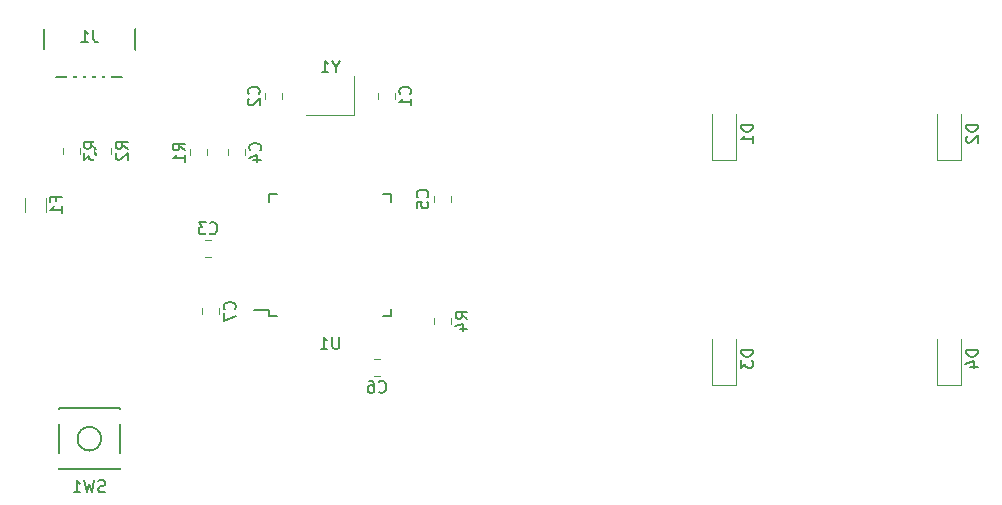
<source format=gbr>
G04 #@! TF.GenerationSoftware,KiCad,Pcbnew,(5.1.5)-3*
G04 #@! TF.CreationDate,2019-12-18T23:42:08-07:00*
G04 #@! TF.ProjectId,MiniV1,4d696e69-5631-42e6-9b69-6361645f7063,rev?*
G04 #@! TF.SameCoordinates,Original*
G04 #@! TF.FileFunction,Legend,Bot*
G04 #@! TF.FilePolarity,Positive*
%FSLAX46Y46*%
G04 Gerber Fmt 4.6, Leading zero omitted, Abs format (unit mm)*
G04 Created by KiCad (PCBNEW (5.1.5)-3) date 2019-12-18 23:42:08*
%MOMM*%
%LPD*%
G04 APERTURE LIST*
%ADD10C,0.150000*%
%ADD11C,0.120000*%
%ADD12O,1.802000X2.802000*%
%ADD13R,0.602000X2.352000*%
%ADD14R,1.502000X1.302000*%
%ADD15R,0.652000X1.602000*%
%ADD16R,1.602000X0.652000*%
%ADD17R,1.902000X1.202000*%
%ADD18C,0.020000*%
%ADD19C,1.852000*%
%ADD20C,2.352000*%
%ADD21C,4.089800*%
%ADD22R,1.302000X1.002000*%
G04 APERTURE END LIST*
D10*
X78954000Y-54864000D02*
X78954000Y-60314000D01*
X86654000Y-54864000D02*
X86654000Y-60314000D01*
X78954000Y-60314000D02*
X86654000Y-60314000D01*
D11*
X105187500Y-63562500D02*
X101187500Y-63562500D01*
X105187500Y-60262500D02*
X105187500Y-63562500D01*
D10*
X98012500Y-80006250D02*
X96737500Y-80006250D01*
X108362500Y-80581250D02*
X107687500Y-80581250D01*
X108362500Y-70231250D02*
X107687500Y-70231250D01*
X98012500Y-70231250D02*
X98687500Y-70231250D01*
X98012500Y-80581250D02*
X98687500Y-80581250D01*
X98012500Y-70231250D02*
X98012500Y-70906250D01*
X108362500Y-70231250D02*
X108362500Y-70906250D01*
X108362500Y-80581250D02*
X108362500Y-79906250D01*
X98012500Y-80581250D02*
X98012500Y-80006250D01*
X83804000Y-90932000D02*
G75*
G03X83804000Y-90932000I-1000000J0D01*
G01*
X85404000Y-93532000D02*
X85404000Y-88332000D01*
X80204000Y-93532000D02*
X85404000Y-93532000D01*
X80204000Y-88332000D02*
X80204000Y-93532000D01*
X85404000Y-88332000D02*
X80204000Y-88332000D01*
D11*
X112002500Y-81221078D02*
X112002500Y-80703922D01*
X113422500Y-81221078D02*
X113422500Y-80703922D01*
X80570000Y-66806578D02*
X80570000Y-66289422D01*
X81990000Y-66806578D02*
X81990000Y-66289422D01*
X83237000Y-66806578D02*
X83237000Y-66289422D01*
X84657000Y-66806578D02*
X84657000Y-66289422D01*
X92785000Y-66416422D02*
X92785000Y-66933578D01*
X91365000Y-66416422D02*
X91365000Y-66933578D01*
X77322000Y-71722064D02*
X77322000Y-70517936D01*
X79142000Y-71722064D02*
X79142000Y-70517936D01*
X156575000Y-86387500D02*
X156575000Y-82487500D01*
X154575000Y-86387500D02*
X154575000Y-82487500D01*
X156575000Y-86387500D02*
X154575000Y-86387500D01*
X137525000Y-86387500D02*
X137525000Y-82487500D01*
X135525000Y-86387500D02*
X135525000Y-82487500D01*
X137525000Y-86387500D02*
X135525000Y-86387500D01*
X156575000Y-67337500D02*
X156575000Y-63437500D01*
X154575000Y-67337500D02*
X154575000Y-63437500D01*
X156575000Y-67337500D02*
X154575000Y-67337500D01*
X137525000Y-67337500D02*
X137525000Y-63437500D01*
X135525000Y-67337500D02*
X135525000Y-63437500D01*
X137525000Y-67337500D02*
X135525000Y-67337500D01*
X92381000Y-80395578D02*
X92381000Y-79878422D01*
X93801000Y-80395578D02*
X93801000Y-79878422D01*
X106897672Y-84221250D02*
X107414828Y-84221250D01*
X106897672Y-85641250D02*
X107414828Y-85641250D01*
X113422500Y-70385172D02*
X113422500Y-70902328D01*
X112002500Y-70385172D02*
X112002500Y-70902328D01*
X94540000Y-66933578D02*
X94540000Y-66416422D01*
X95960000Y-66933578D02*
X95960000Y-66416422D01*
X93095578Y-75513000D02*
X92578422Y-75513000D01*
X93095578Y-74093000D02*
X92578422Y-74093000D01*
X99135000Y-61653922D02*
X99135000Y-62171078D01*
X97715000Y-61653922D02*
X97715000Y-62171078D01*
X107240000Y-62171078D02*
X107240000Y-61653922D01*
X108660000Y-62171078D02*
X108660000Y-61653922D01*
D10*
X83137333Y-56348380D02*
X83137333Y-57062666D01*
X83184952Y-57205523D01*
X83280190Y-57300761D01*
X83423047Y-57348380D01*
X83518285Y-57348380D01*
X82137333Y-57348380D02*
X82708761Y-57348380D01*
X82423047Y-57348380D02*
X82423047Y-56348380D01*
X82518285Y-56491238D01*
X82613523Y-56586476D01*
X82708761Y-56634095D01*
X103663690Y-59438690D02*
X103663690Y-59914880D01*
X103997023Y-58914880D02*
X103663690Y-59438690D01*
X103330357Y-58914880D01*
X102473214Y-59914880D02*
X103044642Y-59914880D01*
X102758928Y-59914880D02*
X102758928Y-58914880D01*
X102854166Y-59057738D01*
X102949404Y-59152976D01*
X103044642Y-59200595D01*
X103949404Y-82308630D02*
X103949404Y-83118154D01*
X103901785Y-83213392D01*
X103854166Y-83261011D01*
X103758928Y-83308630D01*
X103568452Y-83308630D01*
X103473214Y-83261011D01*
X103425595Y-83213392D01*
X103377976Y-83118154D01*
X103377976Y-82308630D01*
X102377976Y-83308630D02*
X102949404Y-83308630D01*
X102663690Y-83308630D02*
X102663690Y-82308630D01*
X102758928Y-82451488D01*
X102854166Y-82546726D01*
X102949404Y-82594345D01*
X84137333Y-95400761D02*
X83994476Y-95448380D01*
X83756380Y-95448380D01*
X83661142Y-95400761D01*
X83613523Y-95353142D01*
X83565904Y-95257904D01*
X83565904Y-95162666D01*
X83613523Y-95067428D01*
X83661142Y-95019809D01*
X83756380Y-94972190D01*
X83946857Y-94924571D01*
X84042095Y-94876952D01*
X84089714Y-94829333D01*
X84137333Y-94734095D01*
X84137333Y-94638857D01*
X84089714Y-94543619D01*
X84042095Y-94496000D01*
X83946857Y-94448380D01*
X83708761Y-94448380D01*
X83565904Y-94496000D01*
X83232571Y-94448380D02*
X82994476Y-95448380D01*
X82804000Y-94734095D01*
X82613523Y-95448380D01*
X82375428Y-94448380D01*
X81470666Y-95448380D02*
X82042095Y-95448380D01*
X81756380Y-95448380D02*
X81756380Y-94448380D01*
X81851619Y-94591238D01*
X81946857Y-94686476D01*
X82042095Y-94734095D01*
X114814880Y-80795833D02*
X114338690Y-80462500D01*
X114814880Y-80224404D02*
X113814880Y-80224404D01*
X113814880Y-80605357D01*
X113862500Y-80700595D01*
X113910119Y-80748214D01*
X114005357Y-80795833D01*
X114148214Y-80795833D01*
X114243452Y-80748214D01*
X114291071Y-80700595D01*
X114338690Y-80605357D01*
X114338690Y-80224404D01*
X114148214Y-81652976D02*
X114814880Y-81652976D01*
X113767261Y-81414880D02*
X114481547Y-81176785D01*
X114481547Y-81795833D01*
X83382380Y-66381333D02*
X82906190Y-66048000D01*
X83382380Y-65809904D02*
X82382380Y-65809904D01*
X82382380Y-66190857D01*
X82430000Y-66286095D01*
X82477619Y-66333714D01*
X82572857Y-66381333D01*
X82715714Y-66381333D01*
X82810952Y-66333714D01*
X82858571Y-66286095D01*
X82906190Y-66190857D01*
X82906190Y-65809904D01*
X82382380Y-66714666D02*
X82382380Y-67333714D01*
X82763333Y-67000380D01*
X82763333Y-67143238D01*
X82810952Y-67238476D01*
X82858571Y-67286095D01*
X82953809Y-67333714D01*
X83191904Y-67333714D01*
X83287142Y-67286095D01*
X83334761Y-67238476D01*
X83382380Y-67143238D01*
X83382380Y-66857523D01*
X83334761Y-66762285D01*
X83287142Y-66714666D01*
X86049380Y-66381333D02*
X85573190Y-66048000D01*
X86049380Y-65809904D02*
X85049380Y-65809904D01*
X85049380Y-66190857D01*
X85097000Y-66286095D01*
X85144619Y-66333714D01*
X85239857Y-66381333D01*
X85382714Y-66381333D01*
X85477952Y-66333714D01*
X85525571Y-66286095D01*
X85573190Y-66190857D01*
X85573190Y-65809904D01*
X85144619Y-66762285D02*
X85097000Y-66809904D01*
X85049380Y-66905142D01*
X85049380Y-67143238D01*
X85097000Y-67238476D01*
X85144619Y-67286095D01*
X85239857Y-67333714D01*
X85335095Y-67333714D01*
X85477952Y-67286095D01*
X86049380Y-66714666D01*
X86049380Y-67333714D01*
X90877380Y-66508333D02*
X90401190Y-66175000D01*
X90877380Y-65936904D02*
X89877380Y-65936904D01*
X89877380Y-66317857D01*
X89925000Y-66413095D01*
X89972619Y-66460714D01*
X90067857Y-66508333D01*
X90210714Y-66508333D01*
X90305952Y-66460714D01*
X90353571Y-66413095D01*
X90401190Y-66317857D01*
X90401190Y-65936904D01*
X90877380Y-67460714D02*
X90877380Y-66889285D01*
X90877380Y-67175000D02*
X89877380Y-67175000D01*
X90020238Y-67079761D01*
X90115476Y-66984523D01*
X90163095Y-66889285D01*
X79980571Y-70786666D02*
X79980571Y-70453333D01*
X80504380Y-70453333D02*
X79504380Y-70453333D01*
X79504380Y-70929523D01*
X80504380Y-71834285D02*
X80504380Y-71262857D01*
X80504380Y-71548571D02*
X79504380Y-71548571D01*
X79647238Y-71453333D01*
X79742476Y-71358095D01*
X79790095Y-71262857D01*
X158027380Y-83399404D02*
X157027380Y-83399404D01*
X157027380Y-83637500D01*
X157075000Y-83780357D01*
X157170238Y-83875595D01*
X157265476Y-83923214D01*
X157455952Y-83970833D01*
X157598809Y-83970833D01*
X157789285Y-83923214D01*
X157884523Y-83875595D01*
X157979761Y-83780357D01*
X158027380Y-83637500D01*
X158027380Y-83399404D01*
X157360714Y-84827976D02*
X158027380Y-84827976D01*
X156979761Y-84589880D02*
X157694047Y-84351785D01*
X157694047Y-84970833D01*
X138977380Y-83399404D02*
X137977380Y-83399404D01*
X137977380Y-83637500D01*
X138025000Y-83780357D01*
X138120238Y-83875595D01*
X138215476Y-83923214D01*
X138405952Y-83970833D01*
X138548809Y-83970833D01*
X138739285Y-83923214D01*
X138834523Y-83875595D01*
X138929761Y-83780357D01*
X138977380Y-83637500D01*
X138977380Y-83399404D01*
X137977380Y-84304166D02*
X137977380Y-84923214D01*
X138358333Y-84589880D01*
X138358333Y-84732738D01*
X138405952Y-84827976D01*
X138453571Y-84875595D01*
X138548809Y-84923214D01*
X138786904Y-84923214D01*
X138882142Y-84875595D01*
X138929761Y-84827976D01*
X138977380Y-84732738D01*
X138977380Y-84447023D01*
X138929761Y-84351785D01*
X138882142Y-84304166D01*
X158027380Y-64349404D02*
X157027380Y-64349404D01*
X157027380Y-64587500D01*
X157075000Y-64730357D01*
X157170238Y-64825595D01*
X157265476Y-64873214D01*
X157455952Y-64920833D01*
X157598809Y-64920833D01*
X157789285Y-64873214D01*
X157884523Y-64825595D01*
X157979761Y-64730357D01*
X158027380Y-64587500D01*
X158027380Y-64349404D01*
X157122619Y-65301785D02*
X157075000Y-65349404D01*
X157027380Y-65444642D01*
X157027380Y-65682738D01*
X157075000Y-65777976D01*
X157122619Y-65825595D01*
X157217857Y-65873214D01*
X157313095Y-65873214D01*
X157455952Y-65825595D01*
X158027380Y-65254166D01*
X158027380Y-65873214D01*
X138977380Y-64349404D02*
X137977380Y-64349404D01*
X137977380Y-64587500D01*
X138025000Y-64730357D01*
X138120238Y-64825595D01*
X138215476Y-64873214D01*
X138405952Y-64920833D01*
X138548809Y-64920833D01*
X138739285Y-64873214D01*
X138834523Y-64825595D01*
X138929761Y-64730357D01*
X138977380Y-64587500D01*
X138977380Y-64349404D01*
X138977380Y-65873214D02*
X138977380Y-65301785D01*
X138977380Y-65587500D02*
X137977380Y-65587500D01*
X138120238Y-65492261D01*
X138215476Y-65397023D01*
X138263095Y-65301785D01*
X95098142Y-79970333D02*
X95145761Y-79922714D01*
X95193380Y-79779857D01*
X95193380Y-79684619D01*
X95145761Y-79541761D01*
X95050523Y-79446523D01*
X94955285Y-79398904D01*
X94764809Y-79351285D01*
X94621952Y-79351285D01*
X94431476Y-79398904D01*
X94336238Y-79446523D01*
X94241000Y-79541761D01*
X94193380Y-79684619D01*
X94193380Y-79779857D01*
X94241000Y-79922714D01*
X94288619Y-79970333D01*
X94193380Y-80303666D02*
X94193380Y-80970333D01*
X95193380Y-80541761D01*
X107322916Y-86938392D02*
X107370535Y-86986011D01*
X107513392Y-87033630D01*
X107608630Y-87033630D01*
X107751488Y-86986011D01*
X107846726Y-86890773D01*
X107894345Y-86795535D01*
X107941964Y-86605059D01*
X107941964Y-86462202D01*
X107894345Y-86271726D01*
X107846726Y-86176488D01*
X107751488Y-86081250D01*
X107608630Y-86033630D01*
X107513392Y-86033630D01*
X107370535Y-86081250D01*
X107322916Y-86128869D01*
X106465773Y-86033630D02*
X106656250Y-86033630D01*
X106751488Y-86081250D01*
X106799107Y-86128869D01*
X106894345Y-86271726D01*
X106941964Y-86462202D01*
X106941964Y-86843154D01*
X106894345Y-86938392D01*
X106846726Y-86986011D01*
X106751488Y-87033630D01*
X106561011Y-87033630D01*
X106465773Y-86986011D01*
X106418154Y-86938392D01*
X106370535Y-86843154D01*
X106370535Y-86605059D01*
X106418154Y-86509821D01*
X106465773Y-86462202D01*
X106561011Y-86414583D01*
X106751488Y-86414583D01*
X106846726Y-86462202D01*
X106894345Y-86509821D01*
X106941964Y-86605059D01*
X111419642Y-70477083D02*
X111467261Y-70429464D01*
X111514880Y-70286607D01*
X111514880Y-70191369D01*
X111467261Y-70048511D01*
X111372023Y-69953273D01*
X111276785Y-69905654D01*
X111086309Y-69858035D01*
X110943452Y-69858035D01*
X110752976Y-69905654D01*
X110657738Y-69953273D01*
X110562500Y-70048511D01*
X110514880Y-70191369D01*
X110514880Y-70286607D01*
X110562500Y-70429464D01*
X110610119Y-70477083D01*
X110514880Y-71381845D02*
X110514880Y-70905654D01*
X110991071Y-70858035D01*
X110943452Y-70905654D01*
X110895833Y-71000892D01*
X110895833Y-71238988D01*
X110943452Y-71334226D01*
X110991071Y-71381845D01*
X111086309Y-71429464D01*
X111324404Y-71429464D01*
X111419642Y-71381845D01*
X111467261Y-71334226D01*
X111514880Y-71238988D01*
X111514880Y-71000892D01*
X111467261Y-70905654D01*
X111419642Y-70858035D01*
X97257142Y-66508333D02*
X97304761Y-66460714D01*
X97352380Y-66317857D01*
X97352380Y-66222619D01*
X97304761Y-66079761D01*
X97209523Y-65984523D01*
X97114285Y-65936904D01*
X96923809Y-65889285D01*
X96780952Y-65889285D01*
X96590476Y-65936904D01*
X96495238Y-65984523D01*
X96400000Y-66079761D01*
X96352380Y-66222619D01*
X96352380Y-66317857D01*
X96400000Y-66460714D01*
X96447619Y-66508333D01*
X96685714Y-67365476D02*
X97352380Y-67365476D01*
X96304761Y-67127380D02*
X97019047Y-66889285D01*
X97019047Y-67508333D01*
X93003666Y-73510142D02*
X93051285Y-73557761D01*
X93194142Y-73605380D01*
X93289380Y-73605380D01*
X93432238Y-73557761D01*
X93527476Y-73462523D01*
X93575095Y-73367285D01*
X93622714Y-73176809D01*
X93622714Y-73033952D01*
X93575095Y-72843476D01*
X93527476Y-72748238D01*
X93432238Y-72653000D01*
X93289380Y-72605380D01*
X93194142Y-72605380D01*
X93051285Y-72653000D01*
X93003666Y-72700619D01*
X92670333Y-72605380D02*
X92051285Y-72605380D01*
X92384619Y-72986333D01*
X92241761Y-72986333D01*
X92146523Y-73033952D01*
X92098904Y-73081571D01*
X92051285Y-73176809D01*
X92051285Y-73414904D01*
X92098904Y-73510142D01*
X92146523Y-73557761D01*
X92241761Y-73605380D01*
X92527476Y-73605380D01*
X92622714Y-73557761D01*
X92670333Y-73510142D01*
X97132142Y-61745833D02*
X97179761Y-61698214D01*
X97227380Y-61555357D01*
X97227380Y-61460119D01*
X97179761Y-61317261D01*
X97084523Y-61222023D01*
X96989285Y-61174404D01*
X96798809Y-61126785D01*
X96655952Y-61126785D01*
X96465476Y-61174404D01*
X96370238Y-61222023D01*
X96275000Y-61317261D01*
X96227380Y-61460119D01*
X96227380Y-61555357D01*
X96275000Y-61698214D01*
X96322619Y-61745833D01*
X96322619Y-62126785D02*
X96275000Y-62174404D01*
X96227380Y-62269642D01*
X96227380Y-62507738D01*
X96275000Y-62602976D01*
X96322619Y-62650595D01*
X96417857Y-62698214D01*
X96513095Y-62698214D01*
X96655952Y-62650595D01*
X97227380Y-62079166D01*
X97227380Y-62698214D01*
X109957142Y-61745833D02*
X110004761Y-61698214D01*
X110052380Y-61555357D01*
X110052380Y-61460119D01*
X110004761Y-61317261D01*
X109909523Y-61222023D01*
X109814285Y-61174404D01*
X109623809Y-61126785D01*
X109480952Y-61126785D01*
X109290476Y-61174404D01*
X109195238Y-61222023D01*
X109100000Y-61317261D01*
X109052380Y-61460119D01*
X109052380Y-61555357D01*
X109100000Y-61698214D01*
X109147619Y-61745833D01*
X110052380Y-62698214D02*
X110052380Y-62126785D01*
X110052380Y-62412500D02*
X109052380Y-62412500D01*
X109195238Y-62317261D01*
X109290476Y-62222023D01*
X109338095Y-62126785D01*
%LPC*%
D12*
X79154000Y-54864000D03*
X86454000Y-54864000D03*
X86454000Y-59364000D03*
X79154000Y-59364000D03*
D13*
X81204000Y-59364000D03*
X82004000Y-59364000D03*
X82804000Y-59364000D03*
X83604000Y-59364000D03*
X84404000Y-59364000D03*
D14*
X104287500Y-61062500D03*
X102087500Y-61062500D03*
X102087500Y-62762500D03*
X104287500Y-62762500D03*
D15*
X99187500Y-81106250D03*
X99987500Y-81106250D03*
X100787500Y-81106250D03*
X101587500Y-81106250D03*
X102387500Y-81106250D03*
X103187500Y-81106250D03*
X103987500Y-81106250D03*
X104787500Y-81106250D03*
X105587500Y-81106250D03*
X106387500Y-81106250D03*
X107187500Y-81106250D03*
D16*
X108887500Y-79406250D03*
X108887500Y-78606250D03*
X108887500Y-77806250D03*
X108887500Y-77006250D03*
X108887500Y-76206250D03*
X108887500Y-75406250D03*
X108887500Y-74606250D03*
X108887500Y-73806250D03*
X108887500Y-73006250D03*
X108887500Y-72206250D03*
X108887500Y-71406250D03*
D15*
X107187500Y-69706250D03*
X106387500Y-69706250D03*
X105587500Y-69706250D03*
X104787500Y-69706250D03*
X103987500Y-69706250D03*
X103187500Y-69706250D03*
X102387500Y-69706250D03*
X101587500Y-69706250D03*
X100787500Y-69706250D03*
X99987500Y-69706250D03*
X99187500Y-69706250D03*
D16*
X97487500Y-71406250D03*
X97487500Y-72206250D03*
X97487500Y-73006250D03*
X97487500Y-73806250D03*
X97487500Y-74606250D03*
X97487500Y-75406250D03*
X97487500Y-76206250D03*
X97487500Y-77006250D03*
X97487500Y-77806250D03*
X97487500Y-78606250D03*
X97487500Y-79406250D03*
D17*
X79704000Y-92782000D03*
X85904000Y-89082000D03*
X79704000Y-89082000D03*
X85904000Y-92782000D03*
D18*
G36*
X113220641Y-79487797D02*
G01*
X113246778Y-79491674D01*
X113272409Y-79498094D01*
X113297288Y-79506995D01*
X113321174Y-79518293D01*
X113343837Y-79531877D01*
X113365060Y-79547617D01*
X113384639Y-79565361D01*
X113402383Y-79584940D01*
X113418123Y-79606163D01*
X113431707Y-79628826D01*
X113443005Y-79652712D01*
X113451906Y-79677591D01*
X113458326Y-79703222D01*
X113462203Y-79729359D01*
X113463500Y-79755750D01*
X113463500Y-80294250D01*
X113462203Y-80320641D01*
X113458326Y-80346778D01*
X113451906Y-80372409D01*
X113443005Y-80397288D01*
X113431707Y-80421174D01*
X113418123Y-80443837D01*
X113402383Y-80465060D01*
X113384639Y-80484639D01*
X113365060Y-80502383D01*
X113343837Y-80518123D01*
X113321174Y-80531707D01*
X113297288Y-80543005D01*
X113272409Y-80551906D01*
X113246778Y-80558326D01*
X113220641Y-80562203D01*
X113194250Y-80563500D01*
X112230750Y-80563500D01*
X112204359Y-80562203D01*
X112178222Y-80558326D01*
X112152591Y-80551906D01*
X112127712Y-80543005D01*
X112103826Y-80531707D01*
X112081163Y-80518123D01*
X112059940Y-80502383D01*
X112040361Y-80484639D01*
X112022617Y-80465060D01*
X112006877Y-80443837D01*
X111993293Y-80421174D01*
X111981995Y-80397288D01*
X111973094Y-80372409D01*
X111966674Y-80346778D01*
X111962797Y-80320641D01*
X111961500Y-80294250D01*
X111961500Y-79755750D01*
X111962797Y-79729359D01*
X111966674Y-79703222D01*
X111973094Y-79677591D01*
X111981995Y-79652712D01*
X111993293Y-79628826D01*
X112006877Y-79606163D01*
X112022617Y-79584940D01*
X112040361Y-79565361D01*
X112059940Y-79547617D01*
X112081163Y-79531877D01*
X112103826Y-79518293D01*
X112127712Y-79506995D01*
X112152591Y-79498094D01*
X112178222Y-79491674D01*
X112204359Y-79487797D01*
X112230750Y-79486500D01*
X113194250Y-79486500D01*
X113220641Y-79487797D01*
G37*
G36*
X113220641Y-81362797D02*
G01*
X113246778Y-81366674D01*
X113272409Y-81373094D01*
X113297288Y-81381995D01*
X113321174Y-81393293D01*
X113343837Y-81406877D01*
X113365060Y-81422617D01*
X113384639Y-81440361D01*
X113402383Y-81459940D01*
X113418123Y-81481163D01*
X113431707Y-81503826D01*
X113443005Y-81527712D01*
X113451906Y-81552591D01*
X113458326Y-81578222D01*
X113462203Y-81604359D01*
X113463500Y-81630750D01*
X113463500Y-82169250D01*
X113462203Y-82195641D01*
X113458326Y-82221778D01*
X113451906Y-82247409D01*
X113443005Y-82272288D01*
X113431707Y-82296174D01*
X113418123Y-82318837D01*
X113402383Y-82340060D01*
X113384639Y-82359639D01*
X113365060Y-82377383D01*
X113343837Y-82393123D01*
X113321174Y-82406707D01*
X113297288Y-82418005D01*
X113272409Y-82426906D01*
X113246778Y-82433326D01*
X113220641Y-82437203D01*
X113194250Y-82438500D01*
X112230750Y-82438500D01*
X112204359Y-82437203D01*
X112178222Y-82433326D01*
X112152591Y-82426906D01*
X112127712Y-82418005D01*
X112103826Y-82406707D01*
X112081163Y-82393123D01*
X112059940Y-82377383D01*
X112040361Y-82359639D01*
X112022617Y-82340060D01*
X112006877Y-82318837D01*
X111993293Y-82296174D01*
X111981995Y-82272288D01*
X111973094Y-82247409D01*
X111966674Y-82221778D01*
X111962797Y-82195641D01*
X111961500Y-82169250D01*
X111961500Y-81630750D01*
X111962797Y-81604359D01*
X111966674Y-81578222D01*
X111973094Y-81552591D01*
X111981995Y-81527712D01*
X111993293Y-81503826D01*
X112006877Y-81481163D01*
X112022617Y-81459940D01*
X112040361Y-81440361D01*
X112059940Y-81422617D01*
X112081163Y-81406877D01*
X112103826Y-81393293D01*
X112127712Y-81381995D01*
X112152591Y-81373094D01*
X112178222Y-81366674D01*
X112204359Y-81362797D01*
X112230750Y-81361500D01*
X113194250Y-81361500D01*
X113220641Y-81362797D01*
G37*
G36*
X81788141Y-65073297D02*
G01*
X81814278Y-65077174D01*
X81839909Y-65083594D01*
X81864788Y-65092495D01*
X81888674Y-65103793D01*
X81911337Y-65117377D01*
X81932560Y-65133117D01*
X81952139Y-65150861D01*
X81969883Y-65170440D01*
X81985623Y-65191663D01*
X81999207Y-65214326D01*
X82010505Y-65238212D01*
X82019406Y-65263091D01*
X82025826Y-65288722D01*
X82029703Y-65314859D01*
X82031000Y-65341250D01*
X82031000Y-65879750D01*
X82029703Y-65906141D01*
X82025826Y-65932278D01*
X82019406Y-65957909D01*
X82010505Y-65982788D01*
X81999207Y-66006674D01*
X81985623Y-66029337D01*
X81969883Y-66050560D01*
X81952139Y-66070139D01*
X81932560Y-66087883D01*
X81911337Y-66103623D01*
X81888674Y-66117207D01*
X81864788Y-66128505D01*
X81839909Y-66137406D01*
X81814278Y-66143826D01*
X81788141Y-66147703D01*
X81761750Y-66149000D01*
X80798250Y-66149000D01*
X80771859Y-66147703D01*
X80745722Y-66143826D01*
X80720091Y-66137406D01*
X80695212Y-66128505D01*
X80671326Y-66117207D01*
X80648663Y-66103623D01*
X80627440Y-66087883D01*
X80607861Y-66070139D01*
X80590117Y-66050560D01*
X80574377Y-66029337D01*
X80560793Y-66006674D01*
X80549495Y-65982788D01*
X80540594Y-65957909D01*
X80534174Y-65932278D01*
X80530297Y-65906141D01*
X80529000Y-65879750D01*
X80529000Y-65341250D01*
X80530297Y-65314859D01*
X80534174Y-65288722D01*
X80540594Y-65263091D01*
X80549495Y-65238212D01*
X80560793Y-65214326D01*
X80574377Y-65191663D01*
X80590117Y-65170440D01*
X80607861Y-65150861D01*
X80627440Y-65133117D01*
X80648663Y-65117377D01*
X80671326Y-65103793D01*
X80695212Y-65092495D01*
X80720091Y-65083594D01*
X80745722Y-65077174D01*
X80771859Y-65073297D01*
X80798250Y-65072000D01*
X81761750Y-65072000D01*
X81788141Y-65073297D01*
G37*
G36*
X81788141Y-66948297D02*
G01*
X81814278Y-66952174D01*
X81839909Y-66958594D01*
X81864788Y-66967495D01*
X81888674Y-66978793D01*
X81911337Y-66992377D01*
X81932560Y-67008117D01*
X81952139Y-67025861D01*
X81969883Y-67045440D01*
X81985623Y-67066663D01*
X81999207Y-67089326D01*
X82010505Y-67113212D01*
X82019406Y-67138091D01*
X82025826Y-67163722D01*
X82029703Y-67189859D01*
X82031000Y-67216250D01*
X82031000Y-67754750D01*
X82029703Y-67781141D01*
X82025826Y-67807278D01*
X82019406Y-67832909D01*
X82010505Y-67857788D01*
X81999207Y-67881674D01*
X81985623Y-67904337D01*
X81969883Y-67925560D01*
X81952139Y-67945139D01*
X81932560Y-67962883D01*
X81911337Y-67978623D01*
X81888674Y-67992207D01*
X81864788Y-68003505D01*
X81839909Y-68012406D01*
X81814278Y-68018826D01*
X81788141Y-68022703D01*
X81761750Y-68024000D01*
X80798250Y-68024000D01*
X80771859Y-68022703D01*
X80745722Y-68018826D01*
X80720091Y-68012406D01*
X80695212Y-68003505D01*
X80671326Y-67992207D01*
X80648663Y-67978623D01*
X80627440Y-67962883D01*
X80607861Y-67945139D01*
X80590117Y-67925560D01*
X80574377Y-67904337D01*
X80560793Y-67881674D01*
X80549495Y-67857788D01*
X80540594Y-67832909D01*
X80534174Y-67807278D01*
X80530297Y-67781141D01*
X80529000Y-67754750D01*
X80529000Y-67216250D01*
X80530297Y-67189859D01*
X80534174Y-67163722D01*
X80540594Y-67138091D01*
X80549495Y-67113212D01*
X80560793Y-67089326D01*
X80574377Y-67066663D01*
X80590117Y-67045440D01*
X80607861Y-67025861D01*
X80627440Y-67008117D01*
X80648663Y-66992377D01*
X80671326Y-66978793D01*
X80695212Y-66967495D01*
X80720091Y-66958594D01*
X80745722Y-66952174D01*
X80771859Y-66948297D01*
X80798250Y-66947000D01*
X81761750Y-66947000D01*
X81788141Y-66948297D01*
G37*
G36*
X84455141Y-65073297D02*
G01*
X84481278Y-65077174D01*
X84506909Y-65083594D01*
X84531788Y-65092495D01*
X84555674Y-65103793D01*
X84578337Y-65117377D01*
X84599560Y-65133117D01*
X84619139Y-65150861D01*
X84636883Y-65170440D01*
X84652623Y-65191663D01*
X84666207Y-65214326D01*
X84677505Y-65238212D01*
X84686406Y-65263091D01*
X84692826Y-65288722D01*
X84696703Y-65314859D01*
X84698000Y-65341250D01*
X84698000Y-65879750D01*
X84696703Y-65906141D01*
X84692826Y-65932278D01*
X84686406Y-65957909D01*
X84677505Y-65982788D01*
X84666207Y-66006674D01*
X84652623Y-66029337D01*
X84636883Y-66050560D01*
X84619139Y-66070139D01*
X84599560Y-66087883D01*
X84578337Y-66103623D01*
X84555674Y-66117207D01*
X84531788Y-66128505D01*
X84506909Y-66137406D01*
X84481278Y-66143826D01*
X84455141Y-66147703D01*
X84428750Y-66149000D01*
X83465250Y-66149000D01*
X83438859Y-66147703D01*
X83412722Y-66143826D01*
X83387091Y-66137406D01*
X83362212Y-66128505D01*
X83338326Y-66117207D01*
X83315663Y-66103623D01*
X83294440Y-66087883D01*
X83274861Y-66070139D01*
X83257117Y-66050560D01*
X83241377Y-66029337D01*
X83227793Y-66006674D01*
X83216495Y-65982788D01*
X83207594Y-65957909D01*
X83201174Y-65932278D01*
X83197297Y-65906141D01*
X83196000Y-65879750D01*
X83196000Y-65341250D01*
X83197297Y-65314859D01*
X83201174Y-65288722D01*
X83207594Y-65263091D01*
X83216495Y-65238212D01*
X83227793Y-65214326D01*
X83241377Y-65191663D01*
X83257117Y-65170440D01*
X83274861Y-65150861D01*
X83294440Y-65133117D01*
X83315663Y-65117377D01*
X83338326Y-65103793D01*
X83362212Y-65092495D01*
X83387091Y-65083594D01*
X83412722Y-65077174D01*
X83438859Y-65073297D01*
X83465250Y-65072000D01*
X84428750Y-65072000D01*
X84455141Y-65073297D01*
G37*
G36*
X84455141Y-66948297D02*
G01*
X84481278Y-66952174D01*
X84506909Y-66958594D01*
X84531788Y-66967495D01*
X84555674Y-66978793D01*
X84578337Y-66992377D01*
X84599560Y-67008117D01*
X84619139Y-67025861D01*
X84636883Y-67045440D01*
X84652623Y-67066663D01*
X84666207Y-67089326D01*
X84677505Y-67113212D01*
X84686406Y-67138091D01*
X84692826Y-67163722D01*
X84696703Y-67189859D01*
X84698000Y-67216250D01*
X84698000Y-67754750D01*
X84696703Y-67781141D01*
X84692826Y-67807278D01*
X84686406Y-67832909D01*
X84677505Y-67857788D01*
X84666207Y-67881674D01*
X84652623Y-67904337D01*
X84636883Y-67925560D01*
X84619139Y-67945139D01*
X84599560Y-67962883D01*
X84578337Y-67978623D01*
X84555674Y-67992207D01*
X84531788Y-68003505D01*
X84506909Y-68012406D01*
X84481278Y-68018826D01*
X84455141Y-68022703D01*
X84428750Y-68024000D01*
X83465250Y-68024000D01*
X83438859Y-68022703D01*
X83412722Y-68018826D01*
X83387091Y-68012406D01*
X83362212Y-68003505D01*
X83338326Y-67992207D01*
X83315663Y-67978623D01*
X83294440Y-67962883D01*
X83274861Y-67945139D01*
X83257117Y-67925560D01*
X83241377Y-67904337D01*
X83227793Y-67881674D01*
X83216495Y-67857788D01*
X83207594Y-67832909D01*
X83201174Y-67807278D01*
X83197297Y-67781141D01*
X83196000Y-67754750D01*
X83196000Y-67216250D01*
X83197297Y-67189859D01*
X83201174Y-67163722D01*
X83207594Y-67138091D01*
X83216495Y-67113212D01*
X83227793Y-67089326D01*
X83241377Y-67066663D01*
X83257117Y-67045440D01*
X83274861Y-67025861D01*
X83294440Y-67008117D01*
X83315663Y-66992377D01*
X83338326Y-66978793D01*
X83362212Y-66967495D01*
X83387091Y-66958594D01*
X83412722Y-66952174D01*
X83438859Y-66948297D01*
X83465250Y-66947000D01*
X84428750Y-66947000D01*
X84455141Y-66948297D01*
G37*
G36*
X92583141Y-67075297D02*
G01*
X92609278Y-67079174D01*
X92634909Y-67085594D01*
X92659788Y-67094495D01*
X92683674Y-67105793D01*
X92706337Y-67119377D01*
X92727560Y-67135117D01*
X92747139Y-67152861D01*
X92764883Y-67172440D01*
X92780623Y-67193663D01*
X92794207Y-67216326D01*
X92805505Y-67240212D01*
X92814406Y-67265091D01*
X92820826Y-67290722D01*
X92824703Y-67316859D01*
X92826000Y-67343250D01*
X92826000Y-67881750D01*
X92824703Y-67908141D01*
X92820826Y-67934278D01*
X92814406Y-67959909D01*
X92805505Y-67984788D01*
X92794207Y-68008674D01*
X92780623Y-68031337D01*
X92764883Y-68052560D01*
X92747139Y-68072139D01*
X92727560Y-68089883D01*
X92706337Y-68105623D01*
X92683674Y-68119207D01*
X92659788Y-68130505D01*
X92634909Y-68139406D01*
X92609278Y-68145826D01*
X92583141Y-68149703D01*
X92556750Y-68151000D01*
X91593250Y-68151000D01*
X91566859Y-68149703D01*
X91540722Y-68145826D01*
X91515091Y-68139406D01*
X91490212Y-68130505D01*
X91466326Y-68119207D01*
X91443663Y-68105623D01*
X91422440Y-68089883D01*
X91402861Y-68072139D01*
X91385117Y-68052560D01*
X91369377Y-68031337D01*
X91355793Y-68008674D01*
X91344495Y-67984788D01*
X91335594Y-67959909D01*
X91329174Y-67934278D01*
X91325297Y-67908141D01*
X91324000Y-67881750D01*
X91324000Y-67343250D01*
X91325297Y-67316859D01*
X91329174Y-67290722D01*
X91335594Y-67265091D01*
X91344495Y-67240212D01*
X91355793Y-67216326D01*
X91369377Y-67193663D01*
X91385117Y-67172440D01*
X91402861Y-67152861D01*
X91422440Y-67135117D01*
X91443663Y-67119377D01*
X91466326Y-67105793D01*
X91490212Y-67094495D01*
X91515091Y-67085594D01*
X91540722Y-67079174D01*
X91566859Y-67075297D01*
X91593250Y-67074000D01*
X92556750Y-67074000D01*
X92583141Y-67075297D01*
G37*
G36*
X92583141Y-65200297D02*
G01*
X92609278Y-65204174D01*
X92634909Y-65210594D01*
X92659788Y-65219495D01*
X92683674Y-65230793D01*
X92706337Y-65244377D01*
X92727560Y-65260117D01*
X92747139Y-65277861D01*
X92764883Y-65297440D01*
X92780623Y-65318663D01*
X92794207Y-65341326D01*
X92805505Y-65365212D01*
X92814406Y-65390091D01*
X92820826Y-65415722D01*
X92824703Y-65441859D01*
X92826000Y-65468250D01*
X92826000Y-66006750D01*
X92824703Y-66033141D01*
X92820826Y-66059278D01*
X92814406Y-66084909D01*
X92805505Y-66109788D01*
X92794207Y-66133674D01*
X92780623Y-66156337D01*
X92764883Y-66177560D01*
X92747139Y-66197139D01*
X92727560Y-66214883D01*
X92706337Y-66230623D01*
X92683674Y-66244207D01*
X92659788Y-66255505D01*
X92634909Y-66264406D01*
X92609278Y-66270826D01*
X92583141Y-66274703D01*
X92556750Y-66276000D01*
X91593250Y-66276000D01*
X91566859Y-66274703D01*
X91540722Y-66270826D01*
X91515091Y-66264406D01*
X91490212Y-66255505D01*
X91466326Y-66244207D01*
X91443663Y-66230623D01*
X91422440Y-66214883D01*
X91402861Y-66197139D01*
X91385117Y-66177560D01*
X91369377Y-66156337D01*
X91355793Y-66133674D01*
X91344495Y-66109788D01*
X91335594Y-66084909D01*
X91329174Y-66059278D01*
X91325297Y-66033141D01*
X91324000Y-66006750D01*
X91324000Y-65468250D01*
X91325297Y-65441859D01*
X91329174Y-65415722D01*
X91335594Y-65390091D01*
X91344495Y-65365212D01*
X91355793Y-65341326D01*
X91369377Y-65318663D01*
X91385117Y-65297440D01*
X91402861Y-65277861D01*
X91422440Y-65260117D01*
X91443663Y-65244377D01*
X91466326Y-65230793D01*
X91490212Y-65219495D01*
X91515091Y-65210594D01*
X91540722Y-65204174D01*
X91566859Y-65200297D01*
X91593250Y-65199000D01*
X92556750Y-65199000D01*
X92583141Y-65200297D01*
G37*
D19*
X152717500Y-84137500D03*
X142557500Y-84137500D03*
D20*
X143827500Y-81597500D03*
D21*
X147637500Y-84137500D03*
D20*
X150177500Y-79057500D03*
D19*
X133667500Y-84137500D03*
X123507500Y-84137500D03*
D20*
X124777500Y-81597500D03*
D21*
X128587500Y-84137500D03*
D20*
X131127500Y-79057500D03*
D19*
X152717500Y-65087500D03*
X142557500Y-65087500D03*
D20*
X143827500Y-62547500D03*
D21*
X147637500Y-65087500D03*
D20*
X150177500Y-60007500D03*
D19*
X133667500Y-65087500D03*
X123507500Y-65087500D03*
D20*
X124777500Y-62547500D03*
D21*
X128587500Y-65087500D03*
D20*
X131127500Y-60007500D03*
D18*
G36*
X78914104Y-69045302D02*
G01*
X78940352Y-69049196D01*
X78966093Y-69055643D01*
X78991078Y-69064583D01*
X79015066Y-69075928D01*
X79037826Y-69089571D01*
X79059140Y-69105378D01*
X79078802Y-69123198D01*
X79096622Y-69142860D01*
X79112429Y-69164174D01*
X79126072Y-69186934D01*
X79137417Y-69210922D01*
X79146357Y-69235907D01*
X79152804Y-69261648D01*
X79156698Y-69287896D01*
X79158000Y-69314400D01*
X79158000Y-70125600D01*
X79156698Y-70152104D01*
X79152804Y-70178352D01*
X79146357Y-70204093D01*
X79137417Y-70229078D01*
X79126072Y-70253066D01*
X79112429Y-70275826D01*
X79096622Y-70297140D01*
X79078802Y-70316802D01*
X79059140Y-70334622D01*
X79037826Y-70350429D01*
X79015066Y-70364072D01*
X78991078Y-70375417D01*
X78966093Y-70384357D01*
X78940352Y-70390804D01*
X78914104Y-70394698D01*
X78887600Y-70396000D01*
X77576400Y-70396000D01*
X77549896Y-70394698D01*
X77523648Y-70390804D01*
X77497907Y-70384357D01*
X77472922Y-70375417D01*
X77448934Y-70364072D01*
X77426174Y-70350429D01*
X77404860Y-70334622D01*
X77385198Y-70316802D01*
X77367378Y-70297140D01*
X77351571Y-70275826D01*
X77337928Y-70253066D01*
X77326583Y-70229078D01*
X77317643Y-70204093D01*
X77311196Y-70178352D01*
X77307302Y-70152104D01*
X77306000Y-70125600D01*
X77306000Y-69314400D01*
X77307302Y-69287896D01*
X77311196Y-69261648D01*
X77317643Y-69235907D01*
X77326583Y-69210922D01*
X77337928Y-69186934D01*
X77351571Y-69164174D01*
X77367378Y-69142860D01*
X77385198Y-69123198D01*
X77404860Y-69105378D01*
X77426174Y-69089571D01*
X77448934Y-69075928D01*
X77472922Y-69064583D01*
X77497907Y-69055643D01*
X77523648Y-69049196D01*
X77549896Y-69045302D01*
X77576400Y-69044000D01*
X78887600Y-69044000D01*
X78914104Y-69045302D01*
G37*
G36*
X78914104Y-71845302D02*
G01*
X78940352Y-71849196D01*
X78966093Y-71855643D01*
X78991078Y-71864583D01*
X79015066Y-71875928D01*
X79037826Y-71889571D01*
X79059140Y-71905378D01*
X79078802Y-71923198D01*
X79096622Y-71942860D01*
X79112429Y-71964174D01*
X79126072Y-71986934D01*
X79137417Y-72010922D01*
X79146357Y-72035907D01*
X79152804Y-72061648D01*
X79156698Y-72087896D01*
X79158000Y-72114400D01*
X79158000Y-72925600D01*
X79156698Y-72952104D01*
X79152804Y-72978352D01*
X79146357Y-73004093D01*
X79137417Y-73029078D01*
X79126072Y-73053066D01*
X79112429Y-73075826D01*
X79096622Y-73097140D01*
X79078802Y-73116802D01*
X79059140Y-73134622D01*
X79037826Y-73150429D01*
X79015066Y-73164072D01*
X78991078Y-73175417D01*
X78966093Y-73184357D01*
X78940352Y-73190804D01*
X78914104Y-73194698D01*
X78887600Y-73196000D01*
X77576400Y-73196000D01*
X77549896Y-73194698D01*
X77523648Y-73190804D01*
X77497907Y-73184357D01*
X77472922Y-73175417D01*
X77448934Y-73164072D01*
X77426174Y-73150429D01*
X77404860Y-73134622D01*
X77385198Y-73116802D01*
X77367378Y-73097140D01*
X77351571Y-73075826D01*
X77337928Y-73053066D01*
X77326583Y-73029078D01*
X77317643Y-73004093D01*
X77311196Y-72978352D01*
X77307302Y-72952104D01*
X77306000Y-72925600D01*
X77306000Y-72114400D01*
X77307302Y-72087896D01*
X77311196Y-72061648D01*
X77317643Y-72035907D01*
X77326583Y-72010922D01*
X77337928Y-71986934D01*
X77351571Y-71964174D01*
X77367378Y-71942860D01*
X77385198Y-71923198D01*
X77404860Y-71905378D01*
X77426174Y-71889571D01*
X77448934Y-71875928D01*
X77472922Y-71864583D01*
X77497907Y-71855643D01*
X77523648Y-71849196D01*
X77549896Y-71845302D01*
X77576400Y-71844000D01*
X78887600Y-71844000D01*
X78914104Y-71845302D01*
G37*
D22*
X155575000Y-82487500D03*
X155575000Y-85787500D03*
X136525000Y-82487500D03*
X136525000Y-85787500D03*
X155575000Y-63437500D03*
X155575000Y-66737500D03*
X136525000Y-63437500D03*
X136525000Y-66737500D03*
D18*
G36*
X93599141Y-78662297D02*
G01*
X93625278Y-78666174D01*
X93650909Y-78672594D01*
X93675788Y-78681495D01*
X93699674Y-78692793D01*
X93722337Y-78706377D01*
X93743560Y-78722117D01*
X93763139Y-78739861D01*
X93780883Y-78759440D01*
X93796623Y-78780663D01*
X93810207Y-78803326D01*
X93821505Y-78827212D01*
X93830406Y-78852091D01*
X93836826Y-78877722D01*
X93840703Y-78903859D01*
X93842000Y-78930250D01*
X93842000Y-79468750D01*
X93840703Y-79495141D01*
X93836826Y-79521278D01*
X93830406Y-79546909D01*
X93821505Y-79571788D01*
X93810207Y-79595674D01*
X93796623Y-79618337D01*
X93780883Y-79639560D01*
X93763139Y-79659139D01*
X93743560Y-79676883D01*
X93722337Y-79692623D01*
X93699674Y-79706207D01*
X93675788Y-79717505D01*
X93650909Y-79726406D01*
X93625278Y-79732826D01*
X93599141Y-79736703D01*
X93572750Y-79738000D01*
X92609250Y-79738000D01*
X92582859Y-79736703D01*
X92556722Y-79732826D01*
X92531091Y-79726406D01*
X92506212Y-79717505D01*
X92482326Y-79706207D01*
X92459663Y-79692623D01*
X92438440Y-79676883D01*
X92418861Y-79659139D01*
X92401117Y-79639560D01*
X92385377Y-79618337D01*
X92371793Y-79595674D01*
X92360495Y-79571788D01*
X92351594Y-79546909D01*
X92345174Y-79521278D01*
X92341297Y-79495141D01*
X92340000Y-79468750D01*
X92340000Y-78930250D01*
X92341297Y-78903859D01*
X92345174Y-78877722D01*
X92351594Y-78852091D01*
X92360495Y-78827212D01*
X92371793Y-78803326D01*
X92385377Y-78780663D01*
X92401117Y-78759440D01*
X92418861Y-78739861D01*
X92438440Y-78722117D01*
X92459663Y-78706377D01*
X92482326Y-78692793D01*
X92506212Y-78681495D01*
X92531091Y-78672594D01*
X92556722Y-78666174D01*
X92582859Y-78662297D01*
X92609250Y-78661000D01*
X93572750Y-78661000D01*
X93599141Y-78662297D01*
G37*
G36*
X93599141Y-80537297D02*
G01*
X93625278Y-80541174D01*
X93650909Y-80547594D01*
X93675788Y-80556495D01*
X93699674Y-80567793D01*
X93722337Y-80581377D01*
X93743560Y-80597117D01*
X93763139Y-80614861D01*
X93780883Y-80634440D01*
X93796623Y-80655663D01*
X93810207Y-80678326D01*
X93821505Y-80702212D01*
X93830406Y-80727091D01*
X93836826Y-80752722D01*
X93840703Y-80778859D01*
X93842000Y-80805250D01*
X93842000Y-81343750D01*
X93840703Y-81370141D01*
X93836826Y-81396278D01*
X93830406Y-81421909D01*
X93821505Y-81446788D01*
X93810207Y-81470674D01*
X93796623Y-81493337D01*
X93780883Y-81514560D01*
X93763139Y-81534139D01*
X93743560Y-81551883D01*
X93722337Y-81567623D01*
X93699674Y-81581207D01*
X93675788Y-81592505D01*
X93650909Y-81601406D01*
X93625278Y-81607826D01*
X93599141Y-81611703D01*
X93572750Y-81613000D01*
X92609250Y-81613000D01*
X92582859Y-81611703D01*
X92556722Y-81607826D01*
X92531091Y-81601406D01*
X92506212Y-81592505D01*
X92482326Y-81581207D01*
X92459663Y-81567623D01*
X92438440Y-81551883D01*
X92418861Y-81534139D01*
X92401117Y-81514560D01*
X92385377Y-81493337D01*
X92371793Y-81470674D01*
X92360495Y-81446788D01*
X92351594Y-81421909D01*
X92345174Y-81396278D01*
X92341297Y-81370141D01*
X92340000Y-81343750D01*
X92340000Y-80805250D01*
X92341297Y-80778859D01*
X92345174Y-80752722D01*
X92351594Y-80727091D01*
X92360495Y-80702212D01*
X92371793Y-80678326D01*
X92385377Y-80655663D01*
X92401117Y-80634440D01*
X92418861Y-80614861D01*
X92438440Y-80597117D01*
X92459663Y-80581377D01*
X92482326Y-80567793D01*
X92506212Y-80556495D01*
X92531091Y-80547594D01*
X92556722Y-80541174D01*
X92582859Y-80537297D01*
X92609250Y-80536000D01*
X93572750Y-80536000D01*
X93599141Y-80537297D01*
G37*
G36*
X108389391Y-84181547D02*
G01*
X108415528Y-84185424D01*
X108441159Y-84191844D01*
X108466038Y-84200745D01*
X108489924Y-84212043D01*
X108512587Y-84225627D01*
X108533810Y-84241367D01*
X108553389Y-84259111D01*
X108571133Y-84278690D01*
X108586873Y-84299913D01*
X108600457Y-84322576D01*
X108611755Y-84346462D01*
X108620656Y-84371341D01*
X108627076Y-84396972D01*
X108630953Y-84423109D01*
X108632250Y-84449500D01*
X108632250Y-85413000D01*
X108630953Y-85439391D01*
X108627076Y-85465528D01*
X108620656Y-85491159D01*
X108611755Y-85516038D01*
X108600457Y-85539924D01*
X108586873Y-85562587D01*
X108571133Y-85583810D01*
X108553389Y-85603389D01*
X108533810Y-85621133D01*
X108512587Y-85636873D01*
X108489924Y-85650457D01*
X108466038Y-85661755D01*
X108441159Y-85670656D01*
X108415528Y-85677076D01*
X108389391Y-85680953D01*
X108363000Y-85682250D01*
X107824500Y-85682250D01*
X107798109Y-85680953D01*
X107771972Y-85677076D01*
X107746341Y-85670656D01*
X107721462Y-85661755D01*
X107697576Y-85650457D01*
X107674913Y-85636873D01*
X107653690Y-85621133D01*
X107634111Y-85603389D01*
X107616367Y-85583810D01*
X107600627Y-85562587D01*
X107587043Y-85539924D01*
X107575745Y-85516038D01*
X107566844Y-85491159D01*
X107560424Y-85465528D01*
X107556547Y-85439391D01*
X107555250Y-85413000D01*
X107555250Y-84449500D01*
X107556547Y-84423109D01*
X107560424Y-84396972D01*
X107566844Y-84371341D01*
X107575745Y-84346462D01*
X107587043Y-84322576D01*
X107600627Y-84299913D01*
X107616367Y-84278690D01*
X107634111Y-84259111D01*
X107653690Y-84241367D01*
X107674913Y-84225627D01*
X107697576Y-84212043D01*
X107721462Y-84200745D01*
X107746341Y-84191844D01*
X107771972Y-84185424D01*
X107798109Y-84181547D01*
X107824500Y-84180250D01*
X108363000Y-84180250D01*
X108389391Y-84181547D01*
G37*
G36*
X106514391Y-84181547D02*
G01*
X106540528Y-84185424D01*
X106566159Y-84191844D01*
X106591038Y-84200745D01*
X106614924Y-84212043D01*
X106637587Y-84225627D01*
X106658810Y-84241367D01*
X106678389Y-84259111D01*
X106696133Y-84278690D01*
X106711873Y-84299913D01*
X106725457Y-84322576D01*
X106736755Y-84346462D01*
X106745656Y-84371341D01*
X106752076Y-84396972D01*
X106755953Y-84423109D01*
X106757250Y-84449500D01*
X106757250Y-85413000D01*
X106755953Y-85439391D01*
X106752076Y-85465528D01*
X106745656Y-85491159D01*
X106736755Y-85516038D01*
X106725457Y-85539924D01*
X106711873Y-85562587D01*
X106696133Y-85583810D01*
X106678389Y-85603389D01*
X106658810Y-85621133D01*
X106637587Y-85636873D01*
X106614924Y-85650457D01*
X106591038Y-85661755D01*
X106566159Y-85670656D01*
X106540528Y-85677076D01*
X106514391Y-85680953D01*
X106488000Y-85682250D01*
X105949500Y-85682250D01*
X105923109Y-85680953D01*
X105896972Y-85677076D01*
X105871341Y-85670656D01*
X105846462Y-85661755D01*
X105822576Y-85650457D01*
X105799913Y-85636873D01*
X105778690Y-85621133D01*
X105759111Y-85603389D01*
X105741367Y-85583810D01*
X105725627Y-85562587D01*
X105712043Y-85539924D01*
X105700745Y-85516038D01*
X105691844Y-85491159D01*
X105685424Y-85465528D01*
X105681547Y-85439391D01*
X105680250Y-85413000D01*
X105680250Y-84449500D01*
X105681547Y-84423109D01*
X105685424Y-84396972D01*
X105691844Y-84371341D01*
X105700745Y-84346462D01*
X105712043Y-84322576D01*
X105725627Y-84299913D01*
X105741367Y-84278690D01*
X105759111Y-84259111D01*
X105778690Y-84241367D01*
X105799913Y-84225627D01*
X105822576Y-84212043D01*
X105846462Y-84200745D01*
X105871341Y-84191844D01*
X105896972Y-84185424D01*
X105923109Y-84181547D01*
X105949500Y-84180250D01*
X106488000Y-84180250D01*
X106514391Y-84181547D01*
G37*
G36*
X113220641Y-71044047D02*
G01*
X113246778Y-71047924D01*
X113272409Y-71054344D01*
X113297288Y-71063245D01*
X113321174Y-71074543D01*
X113343837Y-71088127D01*
X113365060Y-71103867D01*
X113384639Y-71121611D01*
X113402383Y-71141190D01*
X113418123Y-71162413D01*
X113431707Y-71185076D01*
X113443005Y-71208962D01*
X113451906Y-71233841D01*
X113458326Y-71259472D01*
X113462203Y-71285609D01*
X113463500Y-71312000D01*
X113463500Y-71850500D01*
X113462203Y-71876891D01*
X113458326Y-71903028D01*
X113451906Y-71928659D01*
X113443005Y-71953538D01*
X113431707Y-71977424D01*
X113418123Y-72000087D01*
X113402383Y-72021310D01*
X113384639Y-72040889D01*
X113365060Y-72058633D01*
X113343837Y-72074373D01*
X113321174Y-72087957D01*
X113297288Y-72099255D01*
X113272409Y-72108156D01*
X113246778Y-72114576D01*
X113220641Y-72118453D01*
X113194250Y-72119750D01*
X112230750Y-72119750D01*
X112204359Y-72118453D01*
X112178222Y-72114576D01*
X112152591Y-72108156D01*
X112127712Y-72099255D01*
X112103826Y-72087957D01*
X112081163Y-72074373D01*
X112059940Y-72058633D01*
X112040361Y-72040889D01*
X112022617Y-72021310D01*
X112006877Y-72000087D01*
X111993293Y-71977424D01*
X111981995Y-71953538D01*
X111973094Y-71928659D01*
X111966674Y-71903028D01*
X111962797Y-71876891D01*
X111961500Y-71850500D01*
X111961500Y-71312000D01*
X111962797Y-71285609D01*
X111966674Y-71259472D01*
X111973094Y-71233841D01*
X111981995Y-71208962D01*
X111993293Y-71185076D01*
X112006877Y-71162413D01*
X112022617Y-71141190D01*
X112040361Y-71121611D01*
X112059940Y-71103867D01*
X112081163Y-71088127D01*
X112103826Y-71074543D01*
X112127712Y-71063245D01*
X112152591Y-71054344D01*
X112178222Y-71047924D01*
X112204359Y-71044047D01*
X112230750Y-71042750D01*
X113194250Y-71042750D01*
X113220641Y-71044047D01*
G37*
G36*
X113220641Y-69169047D02*
G01*
X113246778Y-69172924D01*
X113272409Y-69179344D01*
X113297288Y-69188245D01*
X113321174Y-69199543D01*
X113343837Y-69213127D01*
X113365060Y-69228867D01*
X113384639Y-69246611D01*
X113402383Y-69266190D01*
X113418123Y-69287413D01*
X113431707Y-69310076D01*
X113443005Y-69333962D01*
X113451906Y-69358841D01*
X113458326Y-69384472D01*
X113462203Y-69410609D01*
X113463500Y-69437000D01*
X113463500Y-69975500D01*
X113462203Y-70001891D01*
X113458326Y-70028028D01*
X113451906Y-70053659D01*
X113443005Y-70078538D01*
X113431707Y-70102424D01*
X113418123Y-70125087D01*
X113402383Y-70146310D01*
X113384639Y-70165889D01*
X113365060Y-70183633D01*
X113343837Y-70199373D01*
X113321174Y-70212957D01*
X113297288Y-70224255D01*
X113272409Y-70233156D01*
X113246778Y-70239576D01*
X113220641Y-70243453D01*
X113194250Y-70244750D01*
X112230750Y-70244750D01*
X112204359Y-70243453D01*
X112178222Y-70239576D01*
X112152591Y-70233156D01*
X112127712Y-70224255D01*
X112103826Y-70212957D01*
X112081163Y-70199373D01*
X112059940Y-70183633D01*
X112040361Y-70165889D01*
X112022617Y-70146310D01*
X112006877Y-70125087D01*
X111993293Y-70102424D01*
X111981995Y-70078538D01*
X111973094Y-70053659D01*
X111966674Y-70028028D01*
X111962797Y-70001891D01*
X111961500Y-69975500D01*
X111961500Y-69437000D01*
X111962797Y-69410609D01*
X111966674Y-69384472D01*
X111973094Y-69358841D01*
X111981995Y-69333962D01*
X111993293Y-69310076D01*
X112006877Y-69287413D01*
X112022617Y-69266190D01*
X112040361Y-69246611D01*
X112059940Y-69228867D01*
X112081163Y-69213127D01*
X112103826Y-69199543D01*
X112127712Y-69188245D01*
X112152591Y-69179344D01*
X112178222Y-69172924D01*
X112204359Y-69169047D01*
X112230750Y-69167750D01*
X113194250Y-69167750D01*
X113220641Y-69169047D01*
G37*
G36*
X95758141Y-65200297D02*
G01*
X95784278Y-65204174D01*
X95809909Y-65210594D01*
X95834788Y-65219495D01*
X95858674Y-65230793D01*
X95881337Y-65244377D01*
X95902560Y-65260117D01*
X95922139Y-65277861D01*
X95939883Y-65297440D01*
X95955623Y-65318663D01*
X95969207Y-65341326D01*
X95980505Y-65365212D01*
X95989406Y-65390091D01*
X95995826Y-65415722D01*
X95999703Y-65441859D01*
X96001000Y-65468250D01*
X96001000Y-66006750D01*
X95999703Y-66033141D01*
X95995826Y-66059278D01*
X95989406Y-66084909D01*
X95980505Y-66109788D01*
X95969207Y-66133674D01*
X95955623Y-66156337D01*
X95939883Y-66177560D01*
X95922139Y-66197139D01*
X95902560Y-66214883D01*
X95881337Y-66230623D01*
X95858674Y-66244207D01*
X95834788Y-66255505D01*
X95809909Y-66264406D01*
X95784278Y-66270826D01*
X95758141Y-66274703D01*
X95731750Y-66276000D01*
X94768250Y-66276000D01*
X94741859Y-66274703D01*
X94715722Y-66270826D01*
X94690091Y-66264406D01*
X94665212Y-66255505D01*
X94641326Y-66244207D01*
X94618663Y-66230623D01*
X94597440Y-66214883D01*
X94577861Y-66197139D01*
X94560117Y-66177560D01*
X94544377Y-66156337D01*
X94530793Y-66133674D01*
X94519495Y-66109788D01*
X94510594Y-66084909D01*
X94504174Y-66059278D01*
X94500297Y-66033141D01*
X94499000Y-66006750D01*
X94499000Y-65468250D01*
X94500297Y-65441859D01*
X94504174Y-65415722D01*
X94510594Y-65390091D01*
X94519495Y-65365212D01*
X94530793Y-65341326D01*
X94544377Y-65318663D01*
X94560117Y-65297440D01*
X94577861Y-65277861D01*
X94597440Y-65260117D01*
X94618663Y-65244377D01*
X94641326Y-65230793D01*
X94665212Y-65219495D01*
X94690091Y-65210594D01*
X94715722Y-65204174D01*
X94741859Y-65200297D01*
X94768250Y-65199000D01*
X95731750Y-65199000D01*
X95758141Y-65200297D01*
G37*
G36*
X95758141Y-67075297D02*
G01*
X95784278Y-67079174D01*
X95809909Y-67085594D01*
X95834788Y-67094495D01*
X95858674Y-67105793D01*
X95881337Y-67119377D01*
X95902560Y-67135117D01*
X95922139Y-67152861D01*
X95939883Y-67172440D01*
X95955623Y-67193663D01*
X95969207Y-67216326D01*
X95980505Y-67240212D01*
X95989406Y-67265091D01*
X95995826Y-67290722D01*
X95999703Y-67316859D01*
X96001000Y-67343250D01*
X96001000Y-67881750D01*
X95999703Y-67908141D01*
X95995826Y-67934278D01*
X95989406Y-67959909D01*
X95980505Y-67984788D01*
X95969207Y-68008674D01*
X95955623Y-68031337D01*
X95939883Y-68052560D01*
X95922139Y-68072139D01*
X95902560Y-68089883D01*
X95881337Y-68105623D01*
X95858674Y-68119207D01*
X95834788Y-68130505D01*
X95809909Y-68139406D01*
X95784278Y-68145826D01*
X95758141Y-68149703D01*
X95731750Y-68151000D01*
X94768250Y-68151000D01*
X94741859Y-68149703D01*
X94715722Y-68145826D01*
X94690091Y-68139406D01*
X94665212Y-68130505D01*
X94641326Y-68119207D01*
X94618663Y-68105623D01*
X94597440Y-68089883D01*
X94577861Y-68072139D01*
X94560117Y-68052560D01*
X94544377Y-68031337D01*
X94530793Y-68008674D01*
X94519495Y-67984788D01*
X94510594Y-67959909D01*
X94504174Y-67934278D01*
X94500297Y-67908141D01*
X94499000Y-67881750D01*
X94499000Y-67343250D01*
X94500297Y-67316859D01*
X94504174Y-67290722D01*
X94510594Y-67265091D01*
X94519495Y-67240212D01*
X94530793Y-67216326D01*
X94544377Y-67193663D01*
X94560117Y-67172440D01*
X94577861Y-67152861D01*
X94597440Y-67135117D01*
X94618663Y-67119377D01*
X94641326Y-67105793D01*
X94665212Y-67094495D01*
X94690091Y-67085594D01*
X94715722Y-67079174D01*
X94741859Y-67075297D01*
X94768250Y-67074000D01*
X95731750Y-67074000D01*
X95758141Y-67075297D01*
G37*
G36*
X92195141Y-74053297D02*
G01*
X92221278Y-74057174D01*
X92246909Y-74063594D01*
X92271788Y-74072495D01*
X92295674Y-74083793D01*
X92318337Y-74097377D01*
X92339560Y-74113117D01*
X92359139Y-74130861D01*
X92376883Y-74150440D01*
X92392623Y-74171663D01*
X92406207Y-74194326D01*
X92417505Y-74218212D01*
X92426406Y-74243091D01*
X92432826Y-74268722D01*
X92436703Y-74294859D01*
X92438000Y-74321250D01*
X92438000Y-75284750D01*
X92436703Y-75311141D01*
X92432826Y-75337278D01*
X92426406Y-75362909D01*
X92417505Y-75387788D01*
X92406207Y-75411674D01*
X92392623Y-75434337D01*
X92376883Y-75455560D01*
X92359139Y-75475139D01*
X92339560Y-75492883D01*
X92318337Y-75508623D01*
X92295674Y-75522207D01*
X92271788Y-75533505D01*
X92246909Y-75542406D01*
X92221278Y-75548826D01*
X92195141Y-75552703D01*
X92168750Y-75554000D01*
X91630250Y-75554000D01*
X91603859Y-75552703D01*
X91577722Y-75548826D01*
X91552091Y-75542406D01*
X91527212Y-75533505D01*
X91503326Y-75522207D01*
X91480663Y-75508623D01*
X91459440Y-75492883D01*
X91439861Y-75475139D01*
X91422117Y-75455560D01*
X91406377Y-75434337D01*
X91392793Y-75411674D01*
X91381495Y-75387788D01*
X91372594Y-75362909D01*
X91366174Y-75337278D01*
X91362297Y-75311141D01*
X91361000Y-75284750D01*
X91361000Y-74321250D01*
X91362297Y-74294859D01*
X91366174Y-74268722D01*
X91372594Y-74243091D01*
X91381495Y-74218212D01*
X91392793Y-74194326D01*
X91406377Y-74171663D01*
X91422117Y-74150440D01*
X91439861Y-74130861D01*
X91459440Y-74113117D01*
X91480663Y-74097377D01*
X91503326Y-74083793D01*
X91527212Y-74072495D01*
X91552091Y-74063594D01*
X91577722Y-74057174D01*
X91603859Y-74053297D01*
X91630250Y-74052000D01*
X92168750Y-74052000D01*
X92195141Y-74053297D01*
G37*
G36*
X94070141Y-74053297D02*
G01*
X94096278Y-74057174D01*
X94121909Y-74063594D01*
X94146788Y-74072495D01*
X94170674Y-74083793D01*
X94193337Y-74097377D01*
X94214560Y-74113117D01*
X94234139Y-74130861D01*
X94251883Y-74150440D01*
X94267623Y-74171663D01*
X94281207Y-74194326D01*
X94292505Y-74218212D01*
X94301406Y-74243091D01*
X94307826Y-74268722D01*
X94311703Y-74294859D01*
X94313000Y-74321250D01*
X94313000Y-75284750D01*
X94311703Y-75311141D01*
X94307826Y-75337278D01*
X94301406Y-75362909D01*
X94292505Y-75387788D01*
X94281207Y-75411674D01*
X94267623Y-75434337D01*
X94251883Y-75455560D01*
X94234139Y-75475139D01*
X94214560Y-75492883D01*
X94193337Y-75508623D01*
X94170674Y-75522207D01*
X94146788Y-75533505D01*
X94121909Y-75542406D01*
X94096278Y-75548826D01*
X94070141Y-75552703D01*
X94043750Y-75554000D01*
X93505250Y-75554000D01*
X93478859Y-75552703D01*
X93452722Y-75548826D01*
X93427091Y-75542406D01*
X93402212Y-75533505D01*
X93378326Y-75522207D01*
X93355663Y-75508623D01*
X93334440Y-75492883D01*
X93314861Y-75475139D01*
X93297117Y-75455560D01*
X93281377Y-75434337D01*
X93267793Y-75411674D01*
X93256495Y-75387788D01*
X93247594Y-75362909D01*
X93241174Y-75337278D01*
X93237297Y-75311141D01*
X93236000Y-75284750D01*
X93236000Y-74321250D01*
X93237297Y-74294859D01*
X93241174Y-74268722D01*
X93247594Y-74243091D01*
X93256495Y-74218212D01*
X93267793Y-74194326D01*
X93281377Y-74171663D01*
X93297117Y-74150440D01*
X93314861Y-74130861D01*
X93334440Y-74113117D01*
X93355663Y-74097377D01*
X93378326Y-74083793D01*
X93402212Y-74072495D01*
X93427091Y-74063594D01*
X93452722Y-74057174D01*
X93478859Y-74053297D01*
X93505250Y-74052000D01*
X94043750Y-74052000D01*
X94070141Y-74053297D01*
G37*
G36*
X98933141Y-62312797D02*
G01*
X98959278Y-62316674D01*
X98984909Y-62323094D01*
X99009788Y-62331995D01*
X99033674Y-62343293D01*
X99056337Y-62356877D01*
X99077560Y-62372617D01*
X99097139Y-62390361D01*
X99114883Y-62409940D01*
X99130623Y-62431163D01*
X99144207Y-62453826D01*
X99155505Y-62477712D01*
X99164406Y-62502591D01*
X99170826Y-62528222D01*
X99174703Y-62554359D01*
X99176000Y-62580750D01*
X99176000Y-63119250D01*
X99174703Y-63145641D01*
X99170826Y-63171778D01*
X99164406Y-63197409D01*
X99155505Y-63222288D01*
X99144207Y-63246174D01*
X99130623Y-63268837D01*
X99114883Y-63290060D01*
X99097139Y-63309639D01*
X99077560Y-63327383D01*
X99056337Y-63343123D01*
X99033674Y-63356707D01*
X99009788Y-63368005D01*
X98984909Y-63376906D01*
X98959278Y-63383326D01*
X98933141Y-63387203D01*
X98906750Y-63388500D01*
X97943250Y-63388500D01*
X97916859Y-63387203D01*
X97890722Y-63383326D01*
X97865091Y-63376906D01*
X97840212Y-63368005D01*
X97816326Y-63356707D01*
X97793663Y-63343123D01*
X97772440Y-63327383D01*
X97752861Y-63309639D01*
X97735117Y-63290060D01*
X97719377Y-63268837D01*
X97705793Y-63246174D01*
X97694495Y-63222288D01*
X97685594Y-63197409D01*
X97679174Y-63171778D01*
X97675297Y-63145641D01*
X97674000Y-63119250D01*
X97674000Y-62580750D01*
X97675297Y-62554359D01*
X97679174Y-62528222D01*
X97685594Y-62502591D01*
X97694495Y-62477712D01*
X97705793Y-62453826D01*
X97719377Y-62431163D01*
X97735117Y-62409940D01*
X97752861Y-62390361D01*
X97772440Y-62372617D01*
X97793663Y-62356877D01*
X97816326Y-62343293D01*
X97840212Y-62331995D01*
X97865091Y-62323094D01*
X97890722Y-62316674D01*
X97916859Y-62312797D01*
X97943250Y-62311500D01*
X98906750Y-62311500D01*
X98933141Y-62312797D01*
G37*
G36*
X98933141Y-60437797D02*
G01*
X98959278Y-60441674D01*
X98984909Y-60448094D01*
X99009788Y-60456995D01*
X99033674Y-60468293D01*
X99056337Y-60481877D01*
X99077560Y-60497617D01*
X99097139Y-60515361D01*
X99114883Y-60534940D01*
X99130623Y-60556163D01*
X99144207Y-60578826D01*
X99155505Y-60602712D01*
X99164406Y-60627591D01*
X99170826Y-60653222D01*
X99174703Y-60679359D01*
X99176000Y-60705750D01*
X99176000Y-61244250D01*
X99174703Y-61270641D01*
X99170826Y-61296778D01*
X99164406Y-61322409D01*
X99155505Y-61347288D01*
X99144207Y-61371174D01*
X99130623Y-61393837D01*
X99114883Y-61415060D01*
X99097139Y-61434639D01*
X99077560Y-61452383D01*
X99056337Y-61468123D01*
X99033674Y-61481707D01*
X99009788Y-61493005D01*
X98984909Y-61501906D01*
X98959278Y-61508326D01*
X98933141Y-61512203D01*
X98906750Y-61513500D01*
X97943250Y-61513500D01*
X97916859Y-61512203D01*
X97890722Y-61508326D01*
X97865091Y-61501906D01*
X97840212Y-61493005D01*
X97816326Y-61481707D01*
X97793663Y-61468123D01*
X97772440Y-61452383D01*
X97752861Y-61434639D01*
X97735117Y-61415060D01*
X97719377Y-61393837D01*
X97705793Y-61371174D01*
X97694495Y-61347288D01*
X97685594Y-61322409D01*
X97679174Y-61296778D01*
X97675297Y-61270641D01*
X97674000Y-61244250D01*
X97674000Y-60705750D01*
X97675297Y-60679359D01*
X97679174Y-60653222D01*
X97685594Y-60627591D01*
X97694495Y-60602712D01*
X97705793Y-60578826D01*
X97719377Y-60556163D01*
X97735117Y-60534940D01*
X97752861Y-60515361D01*
X97772440Y-60497617D01*
X97793663Y-60481877D01*
X97816326Y-60468293D01*
X97840212Y-60456995D01*
X97865091Y-60448094D01*
X97890722Y-60441674D01*
X97916859Y-60437797D01*
X97943250Y-60436500D01*
X98906750Y-60436500D01*
X98933141Y-60437797D01*
G37*
G36*
X108458141Y-60437797D02*
G01*
X108484278Y-60441674D01*
X108509909Y-60448094D01*
X108534788Y-60456995D01*
X108558674Y-60468293D01*
X108581337Y-60481877D01*
X108602560Y-60497617D01*
X108622139Y-60515361D01*
X108639883Y-60534940D01*
X108655623Y-60556163D01*
X108669207Y-60578826D01*
X108680505Y-60602712D01*
X108689406Y-60627591D01*
X108695826Y-60653222D01*
X108699703Y-60679359D01*
X108701000Y-60705750D01*
X108701000Y-61244250D01*
X108699703Y-61270641D01*
X108695826Y-61296778D01*
X108689406Y-61322409D01*
X108680505Y-61347288D01*
X108669207Y-61371174D01*
X108655623Y-61393837D01*
X108639883Y-61415060D01*
X108622139Y-61434639D01*
X108602560Y-61452383D01*
X108581337Y-61468123D01*
X108558674Y-61481707D01*
X108534788Y-61493005D01*
X108509909Y-61501906D01*
X108484278Y-61508326D01*
X108458141Y-61512203D01*
X108431750Y-61513500D01*
X107468250Y-61513500D01*
X107441859Y-61512203D01*
X107415722Y-61508326D01*
X107390091Y-61501906D01*
X107365212Y-61493005D01*
X107341326Y-61481707D01*
X107318663Y-61468123D01*
X107297440Y-61452383D01*
X107277861Y-61434639D01*
X107260117Y-61415060D01*
X107244377Y-61393837D01*
X107230793Y-61371174D01*
X107219495Y-61347288D01*
X107210594Y-61322409D01*
X107204174Y-61296778D01*
X107200297Y-61270641D01*
X107199000Y-61244250D01*
X107199000Y-60705750D01*
X107200297Y-60679359D01*
X107204174Y-60653222D01*
X107210594Y-60627591D01*
X107219495Y-60602712D01*
X107230793Y-60578826D01*
X107244377Y-60556163D01*
X107260117Y-60534940D01*
X107277861Y-60515361D01*
X107297440Y-60497617D01*
X107318663Y-60481877D01*
X107341326Y-60468293D01*
X107365212Y-60456995D01*
X107390091Y-60448094D01*
X107415722Y-60441674D01*
X107441859Y-60437797D01*
X107468250Y-60436500D01*
X108431750Y-60436500D01*
X108458141Y-60437797D01*
G37*
G36*
X108458141Y-62312797D02*
G01*
X108484278Y-62316674D01*
X108509909Y-62323094D01*
X108534788Y-62331995D01*
X108558674Y-62343293D01*
X108581337Y-62356877D01*
X108602560Y-62372617D01*
X108622139Y-62390361D01*
X108639883Y-62409940D01*
X108655623Y-62431163D01*
X108669207Y-62453826D01*
X108680505Y-62477712D01*
X108689406Y-62502591D01*
X108695826Y-62528222D01*
X108699703Y-62554359D01*
X108701000Y-62580750D01*
X108701000Y-63119250D01*
X108699703Y-63145641D01*
X108695826Y-63171778D01*
X108689406Y-63197409D01*
X108680505Y-63222288D01*
X108669207Y-63246174D01*
X108655623Y-63268837D01*
X108639883Y-63290060D01*
X108622139Y-63309639D01*
X108602560Y-63327383D01*
X108581337Y-63343123D01*
X108558674Y-63356707D01*
X108534788Y-63368005D01*
X108509909Y-63376906D01*
X108484278Y-63383326D01*
X108458141Y-63387203D01*
X108431750Y-63388500D01*
X107468250Y-63388500D01*
X107441859Y-63387203D01*
X107415722Y-63383326D01*
X107390091Y-63376906D01*
X107365212Y-63368005D01*
X107341326Y-63356707D01*
X107318663Y-63343123D01*
X107297440Y-63327383D01*
X107277861Y-63309639D01*
X107260117Y-63290060D01*
X107244377Y-63268837D01*
X107230793Y-63246174D01*
X107219495Y-63222288D01*
X107210594Y-63197409D01*
X107204174Y-63171778D01*
X107200297Y-63145641D01*
X107199000Y-63119250D01*
X107199000Y-62580750D01*
X107200297Y-62554359D01*
X107204174Y-62528222D01*
X107210594Y-62502591D01*
X107219495Y-62477712D01*
X107230793Y-62453826D01*
X107244377Y-62431163D01*
X107260117Y-62409940D01*
X107277861Y-62390361D01*
X107297440Y-62372617D01*
X107318663Y-62356877D01*
X107341326Y-62343293D01*
X107365212Y-62331995D01*
X107390091Y-62323094D01*
X107415722Y-62316674D01*
X107441859Y-62312797D01*
X107468250Y-62311500D01*
X108431750Y-62311500D01*
X108458141Y-62312797D01*
G37*
M02*

</source>
